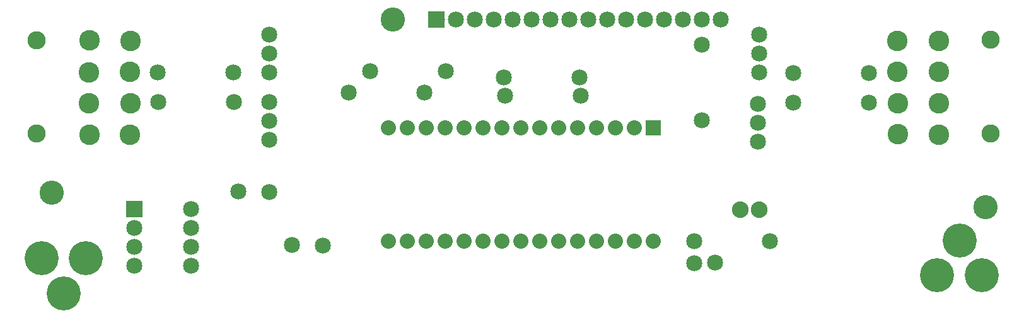
<source format=gbs>
G04 MADE WITH FRITZING*
G04 WWW.FRITZING.ORG*
G04 DOUBLE SIDED*
G04 HOLES PLATED*
G04 CONTOUR ON CENTER OF CONTOUR VECTOR*
%ASAXBY*%
%FSLAX23Y23*%
%MOIN*%
%OFA0B0*%
%SFA1.0B1.0*%
%ADD10C,0.085000*%
%ADD11C,0.096614*%
%ADD12C,0.128110*%
%ADD13C,0.109055*%
%ADD14C,0.080000*%
%ADD15C,0.088000*%
%ADD16C,0.180000*%
%ADD17R,0.085000X0.085000*%
%ADD18R,0.080000X0.079972*%
%ADD19R,0.001000X0.001000*%
%LNMASK0*%
G90*
G70*
G54D10*
X2225Y1596D03*
X2325Y1596D03*
X2425Y1596D03*
X2525Y1596D03*
X2625Y1596D03*
X2725Y1596D03*
X2825Y1596D03*
X2925Y1596D03*
X3025Y1596D03*
X3125Y1596D03*
X3225Y1596D03*
X3325Y1596D03*
X3425Y1596D03*
X3525Y1596D03*
X3625Y1596D03*
X3725Y1596D03*
G54D11*
X108Y993D03*
X109Y1486D03*
X5152Y1489D03*
X5152Y992D03*
G54D12*
X190Y680D03*
X5127Y602D03*
X1994Y1597D03*
G54D13*
X390Y1486D03*
G54D14*
X3369Y1025D03*
X3269Y1025D03*
X3169Y1025D03*
X3069Y1025D03*
X2969Y1025D03*
X2869Y1025D03*
X2769Y1025D03*
X2669Y1025D03*
X2569Y1025D03*
X2469Y1025D03*
X2369Y1025D03*
X2269Y1025D03*
X2169Y1025D03*
X2069Y1025D03*
X1969Y1025D03*
X3369Y425D03*
X3269Y425D03*
X3169Y425D03*
X3069Y425D03*
X2969Y425D03*
X2869Y425D03*
X2769Y425D03*
X2669Y425D03*
X2569Y425D03*
X2469Y425D03*
X2369Y425D03*
X2269Y425D03*
X2169Y425D03*
X2069Y425D03*
X1969Y425D03*
G54D13*
X4878Y1319D03*
X4878Y1154D03*
G54D10*
X1340Y1517D03*
X1340Y1417D03*
X1340Y1317D03*
X1339Y959D03*
X1339Y1059D03*
X1339Y1159D03*
X3922Y951D03*
X3922Y1051D03*
X3922Y1151D03*
X3929Y1517D03*
X3929Y1417D03*
X3929Y1317D03*
X2980Y1291D03*
X2580Y1291D03*
X2985Y1195D03*
X2585Y1195D03*
X1760Y1210D03*
X2160Y1210D03*
X1874Y1323D03*
X2274Y1323D03*
G54D13*
X4879Y1484D03*
X606Y1484D03*
X4660Y1483D03*
X387Y1153D03*
X4662Y989D03*
X604Y987D03*
X387Y1317D03*
X4660Y1319D03*
X4664Y1153D03*
X605Y1154D03*
X603Y1319D03*
X390Y988D03*
X4878Y986D03*
G54D10*
X625Y594D03*
X925Y594D03*
X625Y494D03*
X925Y494D03*
X625Y394D03*
X925Y394D03*
X625Y294D03*
X925Y294D03*
X3627Y1464D03*
X3627Y1064D03*
X1340Y684D03*
X1623Y401D03*
X3985Y425D03*
X3585Y425D03*
X1176Y687D03*
X1459Y405D03*
X4511Y1315D03*
X4111Y1315D03*
X4511Y1157D03*
X4111Y1157D03*
X751Y1317D03*
X1151Y1317D03*
X754Y1159D03*
X1154Y1159D03*
G54D15*
X3828Y590D03*
X3928Y590D03*
G54D10*
X3697Y309D03*
X3586Y308D03*
G54D16*
X4870Y243D03*
X5106Y243D03*
X4988Y428D03*
X371Y332D03*
X135Y332D03*
X253Y147D03*
G54D17*
X2224Y1597D03*
G54D18*
X3369Y1025D03*
G54D17*
X625Y594D03*
G54D19*
D02*
G04 End of Mask0*
M02*
</source>
